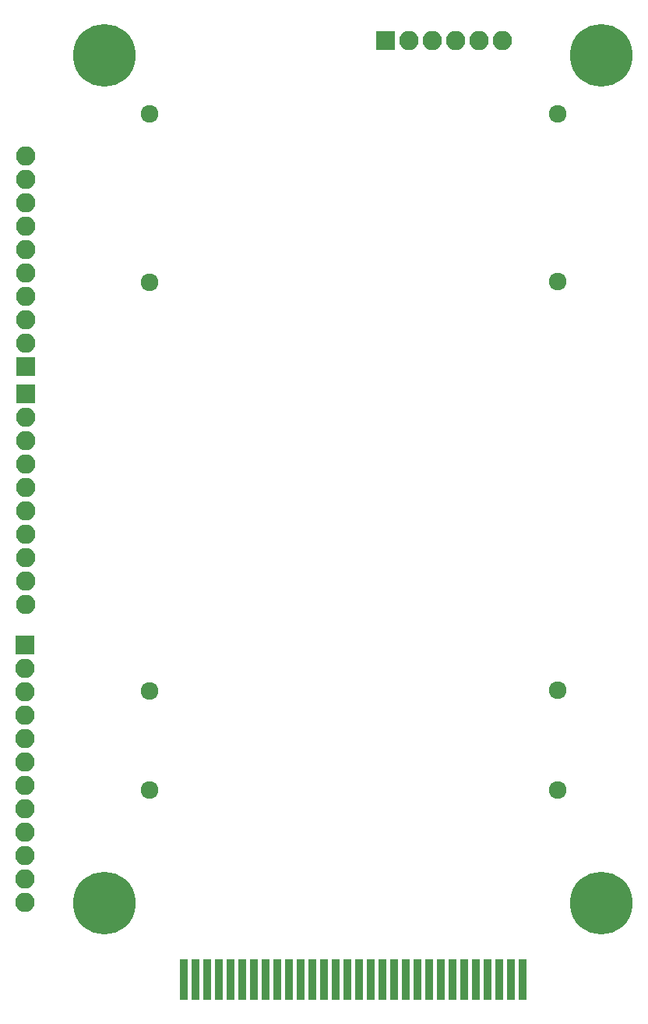
<source format=gbr>
%TF.GenerationSoftware,KiCad,Pcbnew,5.0.0*%
%TF.CreationDate,2018-07-30T20:43:33-05:00*%
%TF.ProjectId,breakout,627265616B6F75742E6B696361645F70,rev?*%
%TF.SameCoordinates,Original*%
%TF.FileFunction,Soldermask,Bot*%
%TF.FilePolarity,Negative*%
%FSLAX46Y46*%
G04 Gerber Fmt 4.6, Leading zero omitted, Abs format (unit mm)*
G04 Created by KiCad (PCBNEW 5.0.0) date Mon Jul 30 20:43:33 2018*
%MOMM*%
%LPD*%
G01*
G04 APERTURE LIST*
%ADD10R,2.100000X2.100000*%
%ADD11O,2.100000X2.100000*%
%ADD12C,1.924000*%
%ADD13R,0.960000X4.400000*%
%ADD14C,6.800000*%
G04 APERTURE END LIST*
D10*
X84963000Y-101092000D03*
D11*
X84963000Y-98552000D03*
X84963000Y-96012000D03*
X84963000Y-93472000D03*
X84963000Y-90932000D03*
X84963000Y-88392000D03*
X84963000Y-85852000D03*
X84963000Y-83312000D03*
X84963000Y-80772000D03*
X84963000Y-78232000D03*
D12*
X142824200Y-136220200D03*
X142824200Y-91871800D03*
X98475800Y-136296400D03*
X98475800Y-91948000D03*
X98475800Y-147066000D03*
X142824200Y-147066000D03*
X142824200Y-73660000D03*
X98475800Y-73660000D03*
D13*
X102168800Y-167600000D03*
X103438800Y-167600000D03*
X104708800Y-167600000D03*
X105978800Y-167600000D03*
X107248800Y-167600000D03*
X108518800Y-167600000D03*
X109788800Y-167600000D03*
X111058800Y-167600000D03*
X112328800Y-167600000D03*
X113598800Y-167600000D03*
X114868800Y-167600000D03*
X116138800Y-167600000D03*
X117408800Y-167600000D03*
X118678800Y-167600000D03*
X119948800Y-167600000D03*
X121218800Y-167600000D03*
X122488800Y-167600000D03*
X123758800Y-167600000D03*
X125028800Y-167600000D03*
X126298800Y-167600000D03*
X127568800Y-167600000D03*
X128838800Y-167600000D03*
X130108800Y-167600000D03*
X131378800Y-167600000D03*
X132648800Y-167600000D03*
X133918800Y-167600000D03*
X135188800Y-167600000D03*
X136458800Y-167600000D03*
X137728800Y-167600000D03*
X138998800Y-167600000D03*
D14*
X93573600Y-67310000D03*
X147574000Y-67310000D03*
X93573600Y-159334400D03*
X147574000Y-159334400D03*
D10*
X84937600Y-131267200D03*
D11*
X84937600Y-133807200D03*
X84937600Y-136347200D03*
X84937600Y-138887200D03*
X84937600Y-141427200D03*
X84937600Y-143967200D03*
X84937600Y-146507200D03*
X84937600Y-149047200D03*
X84937600Y-151587200D03*
X84937600Y-154127200D03*
X84937600Y-156667200D03*
X84937600Y-159207200D03*
D10*
X124079000Y-65659000D03*
D11*
X126619000Y-65659000D03*
X129159000Y-65659000D03*
X131699000Y-65659000D03*
X134239000Y-65659000D03*
X136779000Y-65659000D03*
D10*
X84963000Y-104013000D03*
D11*
X84963000Y-106553000D03*
X84963000Y-109093000D03*
X84963000Y-111633000D03*
X84963000Y-114173000D03*
X84963000Y-116713000D03*
X84963000Y-119253000D03*
X84963000Y-121793000D03*
X84963000Y-124333000D03*
X84963000Y-126873000D03*
M02*

</source>
